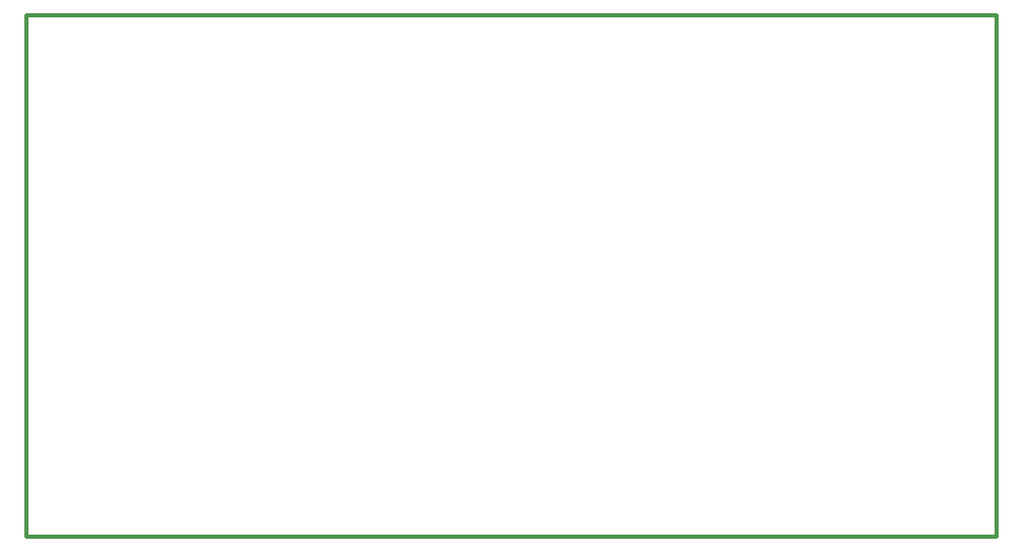
<source format=gko>
G04 Layer_Color=16711935*
%FSLAX24Y24*%
%MOIN*%
G70*
G01*
G75*
%ADD75C,0.0200*%
D75*
X0Y0D02*
X46500D01*
Y25000D01*
X9000D02*
X46500D01*
X0D02*
X9000D01*
X0Y0D02*
Y25000D01*
M02*

</source>
